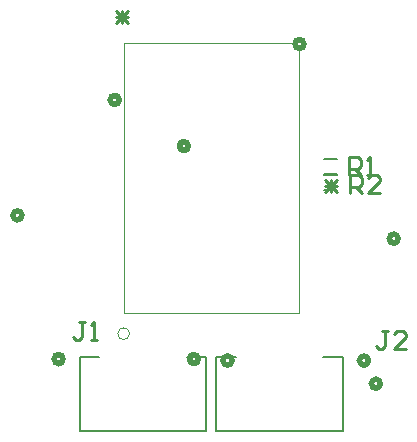
<source format=gto>
G04*
G04 #@! TF.GenerationSoftware,Altium Limited,Altium Designer,21.6.4 (81)*
G04*
G04 Layer_Color=65535*
%FSLAX44Y44*%
%MOMM*%
G71*
G04*
G04 #@! TF.SameCoordinates,DF212875-D8BF-4E07-B13E-23ADC2DC1FEB*
G04*
G04*
G04 #@! TF.FilePolarity,Positive*
G04*
G01*
G75*
%ADD10C,0.5080*%
%ADD11C,0.0800*%
%ADD12C,0.2000*%
%ADD13C,0.1524*%
%ADD14C,0.2540*%
D10*
X724091Y1394152D02*
G03*
X724091Y1394152I-3810J0D01*
G01*
X641699Y1296433D02*
G03*
X641699Y1296433I-3810J0D01*
G01*
X935101Y1173480D02*
G03*
X935101Y1173480I-3810J0D01*
G01*
X819531Y1173480D02*
G03*
X819531Y1173480I-3810J0D01*
G01*
X880491Y1441450D02*
G03*
X880491Y1441450I-3810J0D01*
G01*
X960311Y1276658D02*
G03*
X960311Y1276658I-3810J0D01*
G01*
X945164Y1153865D02*
G03*
X945164Y1153865I-3810J0D01*
G01*
X782621Y1355090D02*
G03*
X782621Y1355090I-3810J0D01*
G01*
X676529Y1174750D02*
G03*
X676529Y1174750I-3810J0D01*
G01*
X791069D02*
G03*
X791069Y1174750I-3810J0D01*
G01*
D11*
X732800Y1196220D02*
G03*
X732800Y1196220I-5000J0D01*
G01*
X727800Y1442720D02*
X872400D01*
X876300Y1214120D02*
Y1438820D01*
X727800Y1214120D02*
Y1442720D01*
Y1214120D02*
X876300D01*
D12*
X897390Y1330310D02*
X908390D01*
X897390Y1344310D02*
X908390D01*
X897470Y1331610D02*
X908470D01*
X897470Y1317610D02*
X908470D01*
D13*
X913511Y1114220D02*
Y1176704D01*
X806069Y1114220D02*
X913511D01*
X806069D02*
Y1176704D01*
X896674D02*
X913511D01*
X806069D02*
X822907D01*
X690499Y1176704D02*
X707337D01*
X781103D02*
X797941D01*
X690499Y1114220D02*
Y1176704D01*
Y1114220D02*
X797941D01*
Y1176704D01*
D14*
X918213Y1330963D02*
Y1346198D01*
X925831D01*
X928370Y1343658D01*
Y1338580D01*
X925831Y1336041D01*
X918213D01*
X923292D02*
X928370Y1330963D01*
X933448D02*
X938527D01*
X935988D01*
Y1346198D01*
X933448Y1343658D01*
X721614Y1469132D02*
X731771Y1458975D01*
X721614D02*
X731771Y1469132D01*
X721614Y1464053D02*
X731771D01*
X726692Y1458975D02*
Y1469132D01*
X898652Y1326384D02*
X908809Y1316227D01*
X898652D02*
X908809Y1326384D01*
X898652Y1321306D02*
X908809D01*
X903730Y1316227D02*
Y1326384D01*
X951231Y1198877D02*
X946152D01*
X948692D01*
Y1186182D01*
X946152Y1183643D01*
X943613D01*
X941074Y1186182D01*
X966466Y1183643D02*
X956309D01*
X966466Y1193799D01*
Y1196338D01*
X963927Y1198877D01*
X958848D01*
X956309Y1196338D01*
X694690Y1206497D02*
X689612D01*
X692151D01*
Y1193802D01*
X689612Y1191263D01*
X687073D01*
X684533Y1193802D01*
X699768Y1191263D02*
X704847D01*
X702308D01*
Y1206497D01*
X699768Y1203958D01*
X919404Y1315723D02*
Y1330957D01*
X927022D01*
X929561Y1328418D01*
Y1323340D01*
X927022Y1320801D01*
X919404D01*
X924483D02*
X929561Y1315723D01*
X944796D02*
X934639D01*
X944796Y1325879D01*
Y1328418D01*
X942257Y1330957D01*
X937179D01*
X934639Y1328418D01*
M02*

</source>
